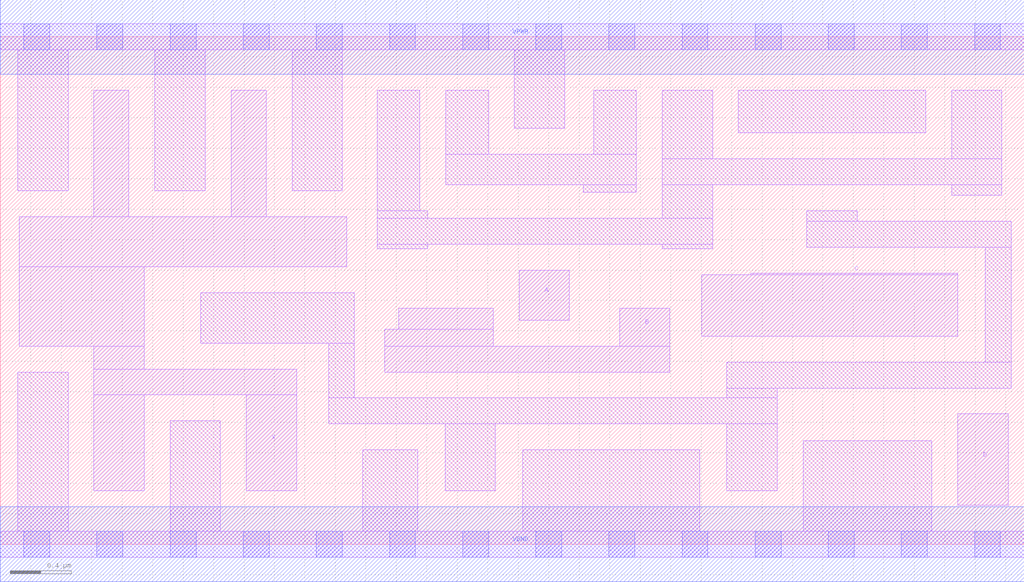
<source format=lef>
# Copyright 2020 The SkyWater PDK Authors
#
# Licensed under the Apache License, Version 2.0 (the "License");
# you may not use this file except in compliance with the License.
# You may obtain a copy of the License at
#
#     https://www.apache.org/licenses/LICENSE-2.0
#
# Unless required by applicable law or agreed to in writing, software
# distributed under the License is distributed on an "AS IS" BASIS,
# WITHOUT WARRANTIES OR CONDITIONS OF ANY KIND, either express or implied.
# See the License for the specific language governing permissions and
# limitations under the License.
#
# SPDX-License-Identifier: Apache-2.0

VERSION 5.5 ;
NAMESCASESENSITIVE ON ;
BUSBITCHARS "[]" ;
DIVIDERCHAR "/" ;
MACRO sky130_fd_sc_ls__or4_4
  CLASS CORE ;
  SOURCE USER ;
  ORIGIN  0.000000  0.000000 ;
  SIZE  6.720000 BY  3.330000 ;
  SYMMETRY X Y ;
  SITE unit ;
  PIN A
    ANTENNAGATEAREA  0.411000 ;
    DIRECTION INPUT ;
    USE SIGNAL ;
    PORT
      LAYER li1 ;
        RECT 3.405000 1.470000 3.735000 1.800000 ;
    END
  END A
  PIN B
    ANTENNAGATEAREA  0.411000 ;
    DIRECTION INPUT ;
    USE SIGNAL ;
    PORT
      LAYER li1 ;
        RECT 2.525000 1.130000 4.395000 1.300000 ;
        RECT 2.525000 1.300000 3.235000 1.410000 ;
        RECT 2.615000 1.410000 3.235000 1.550000 ;
        RECT 4.065000 1.300000 4.395000 1.550000 ;
    END
  END B
  PIN C
    ANTENNAGATEAREA  0.411000 ;
    DIRECTION INPUT ;
    USE SIGNAL ;
    PORT
      LAYER li1 ;
        RECT 4.605000 1.365000 6.285000 1.770000 ;
        RECT 4.925000 1.770000 6.285000 1.780000 ;
    END
  END C
  PIN D
    ANTENNAGATEAREA  0.411000 ;
    DIRECTION INPUT ;
    USE SIGNAL ;
    PORT
      LAYER li1 ;
        RECT 6.285000 0.255000 6.615000 0.855000 ;
    END
  END D
  PIN X
    ANTENNADIFFAREA  1.326900 ;
    DIRECTION OUTPUT ;
    USE SIGNAL ;
    PORT
      LAYER li1 ;
        RECT 0.125000 1.300000 0.945000 1.820000 ;
        RECT 0.125000 1.820000 2.275000 2.150000 ;
        RECT 0.615000 0.350000 0.945000 0.980000 ;
        RECT 0.615000 0.980000 1.945000 1.150000 ;
        RECT 0.615000 1.150000 0.945000 1.300000 ;
        RECT 0.615000 2.150000 0.845000 2.980000 ;
        RECT 1.515000 2.150000 1.745000 2.980000 ;
        RECT 1.615000 0.350000 1.945000 0.980000 ;
    END
  END X
  PIN VGND
    DIRECTION INOUT ;
    SHAPE ABUTMENT ;
    USE GROUND ;
    PORT
      LAYER met1 ;
        RECT 0.000000 -0.245000 6.720000 0.245000 ;
    END
  END VGND
  PIN VPWR
    DIRECTION INOUT ;
    SHAPE ABUTMENT ;
    USE POWER ;
    PORT
      LAYER met1 ;
        RECT 0.000000 3.085000 6.720000 3.575000 ;
    END
  END VPWR
  OBS
    LAYER li1 ;
      RECT 0.000000 -0.085000 6.720000 0.085000 ;
      RECT 0.000000  3.245000 6.720000 3.415000 ;
      RECT 0.115000  0.085000 0.445000 1.130000 ;
      RECT 0.115000  2.320000 0.445000 3.245000 ;
      RECT 1.015000  2.320000 1.345000 3.245000 ;
      RECT 1.115000  0.085000 1.445000 0.810000 ;
      RECT 1.315000  1.320000 2.325000 1.650000 ;
      RECT 1.915000  2.320000 2.245000 3.245000 ;
      RECT 2.155000  0.790000 5.100000 0.960000 ;
      RECT 2.155000  0.960000 2.325000 1.320000 ;
      RECT 2.380000  0.085000 2.740000 0.620000 ;
      RECT 2.475000  1.940000 2.805000 1.970000 ;
      RECT 2.475000  1.970000 4.675000 2.140000 ;
      RECT 2.475000  2.140000 2.805000 2.190000 ;
      RECT 2.475000  2.190000 2.755000 2.980000 ;
      RECT 2.920000  0.350000 3.250000 0.790000 ;
      RECT 2.925000  2.360000 4.175000 2.560000 ;
      RECT 2.925000  2.560000 3.205000 2.980000 ;
      RECT 3.375000  2.730000 3.705000 3.245000 ;
      RECT 3.430000  0.085000 4.590000 0.620000 ;
      RECT 3.825000  2.310000 4.175000 2.360000 ;
      RECT 3.895000  2.560000 4.175000 2.980000 ;
      RECT 4.345000  1.940000 4.675000 1.970000 ;
      RECT 4.345000  2.140000 4.675000 2.360000 ;
      RECT 4.345000  2.360000 6.575000 2.530000 ;
      RECT 4.345000  2.530000 4.675000 2.980000 ;
      RECT 4.770000  0.350000 5.100000 0.790000 ;
      RECT 4.770000  0.960000 5.100000 1.025000 ;
      RECT 4.770000  1.025000 6.635000 1.195000 ;
      RECT 4.845000  2.700000 6.075000 2.980000 ;
      RECT 5.270000  0.085000 6.115000 0.680000 ;
      RECT 5.295000  1.950000 6.635000 2.120000 ;
      RECT 5.295000  2.120000 5.625000 2.190000 ;
      RECT 6.245000  2.290000 6.575000 2.360000 ;
      RECT 6.245000  2.530000 6.575000 2.980000 ;
      RECT 6.465000  1.195000 6.635000 1.950000 ;
    LAYER mcon ;
      RECT 0.155000 -0.085000 0.325000 0.085000 ;
      RECT 0.155000  3.245000 0.325000 3.415000 ;
      RECT 0.635000 -0.085000 0.805000 0.085000 ;
      RECT 0.635000  3.245000 0.805000 3.415000 ;
      RECT 1.115000 -0.085000 1.285000 0.085000 ;
      RECT 1.115000  3.245000 1.285000 3.415000 ;
      RECT 1.595000 -0.085000 1.765000 0.085000 ;
      RECT 1.595000  3.245000 1.765000 3.415000 ;
      RECT 2.075000 -0.085000 2.245000 0.085000 ;
      RECT 2.075000  3.245000 2.245000 3.415000 ;
      RECT 2.555000 -0.085000 2.725000 0.085000 ;
      RECT 2.555000  3.245000 2.725000 3.415000 ;
      RECT 3.035000 -0.085000 3.205000 0.085000 ;
      RECT 3.035000  3.245000 3.205000 3.415000 ;
      RECT 3.515000 -0.085000 3.685000 0.085000 ;
      RECT 3.515000  3.245000 3.685000 3.415000 ;
      RECT 3.995000 -0.085000 4.165000 0.085000 ;
      RECT 3.995000  3.245000 4.165000 3.415000 ;
      RECT 4.475000 -0.085000 4.645000 0.085000 ;
      RECT 4.475000  3.245000 4.645000 3.415000 ;
      RECT 4.955000 -0.085000 5.125000 0.085000 ;
      RECT 4.955000  3.245000 5.125000 3.415000 ;
      RECT 5.435000 -0.085000 5.605000 0.085000 ;
      RECT 5.435000  3.245000 5.605000 3.415000 ;
      RECT 5.915000 -0.085000 6.085000 0.085000 ;
      RECT 5.915000  3.245000 6.085000 3.415000 ;
      RECT 6.395000 -0.085000 6.565000 0.085000 ;
      RECT 6.395000  3.245000 6.565000 3.415000 ;
  END
END sky130_fd_sc_ls__or4_4
END LIBRARY

</source>
